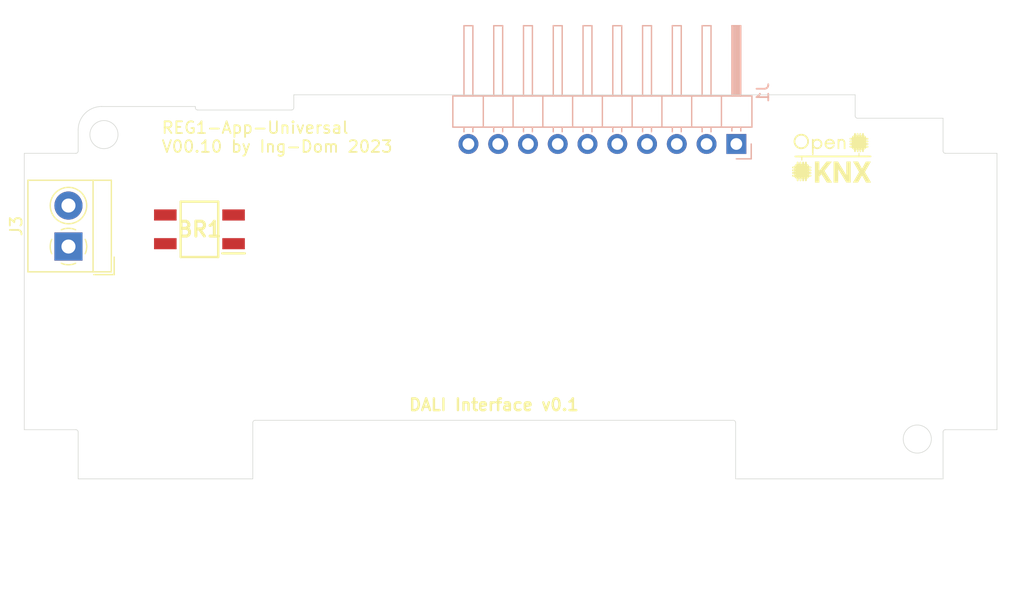
<source format=kicad_pcb>
(kicad_pcb (version 20221018) (generator pcbnew)
  (title_block (date "2023-01-31") (rev "V00.10"))
  (layers (0 "F.Cu" signal) (31 "B.Cu" signal) (34 "B.Paste" user) (35 "F.Paste" user) (36 "B.SilkS" user "B.Silkscreen") (37 "F.SilkS" user "F.Silkscreen") (38 "B.Mask" user) (39 "F.Mask" user) (44 "Edge.Cuts" user))
  (net 0 "")
  (net 13 "Net-(BR1-~_1)")
  (net 14 "Net-(BR1-~_2)")
  (footprint "OpenKNX:OpenKNX_Logo_07x05" (layer "F.Cu") (at 138.9 95.8)
    (fp_text reference "G***" hide)
    (fp_text value "LOGO" hide)
    (fp_poly (pts (xy 0.889195 0.58665) (xy 1.246187 1.173301) (xy 1.250349 0.58665) (xy 1.254511 0) (xy 1.61925 0) (xy 1.61925 1.794882) (xy 1.433304 1.79041) (xy 1.247359 1.785937) (xy 0.547687 0.638855) (xy 0.543523 1.216365) (xy 0.539358 1.793875) (xy 0.15875 1.793875) (xy 0.15875 0) (xy 0.532202 0) (xy 0.889195 0.58665)) (stroke (width 0.01)) (fill solid) (layer "F.SilkS"))
    (fp_poly (pts (xy 0.867732 -1.93323) (xy 0.962945 -1.911324) (xy 1.0411 -1.862689) (xy 1.102493 -1.78712) (xy 1.117236 -1.760075) (xy 1.131809 -1.729653) (xy 1.142513 -1.701792) (xy 1.149945 -1.671021) (xy 1.1547 -1.63187) (xy 1.157375 -1.578869) (xy 1.158565 -1.506547) (xy 1.158868 -1.409433) (xy 1.158875 -1.378009) (xy 1.158875 -1.0795) (xy 1.031875 -1.0795) (xy 1.031786 -1.345407) (xy 1.030793 -1.464917) (xy 1.027366 -1.557348) (xy 1.020703 -1.627327) (xy 1.009998 -1.679483) (xy 0.994447 -1.718444) (xy 0.973248 -1.748838) (xy 0.959182 -1.763304) (xy 0.909802 -1.791316) (xy 0.846176 -1.803542) (xy 0.780781 -1.799637) (xy 0.726098 -1.779259) (xy 0.71385 -1.770063) (xy 0.687147 -1.742568) (xy 0.667126 -1.710999) (xy 0.652865 -1.670548) (xy 0.643447 -1.616406) (xy 0.63795 -1.543764) (xy 0.635454 -1.447812) (xy 0.635 -1.357823) (xy 0.635 -1.0795) (xy 0.508 -1.0795) (xy 0.508 -1.920875) (xy 0.5715 -1.920875) (xy 0.614871 -1.917284) (xy 0.633252 -1.904898) (xy 0.635 -1.89574) (xy 0.640875 -1.877116) (xy 0.646906 -1.876733) (xy 0.721305 -1.911434) (xy 0.7817 -1.92979) (xy 0.839354 -1.934681) (xy 0.867732 -1.93323)) (stroke (width 0.01)) (fill solid) (layer "F.SilkS"))
    (fp_poly (pts (xy -1.059929 0.40046) (xy -1.055688 0.80092) (xy -0.992778 0.713991) (xy -0.947001 0.651756) (xy -0.891443 0.57783) (xy -0.829047 0.495971) (xy -0.762759 0.409933) (xy -0.695526 0.323474) (xy -0.630293 0.240349) (xy -0.570005 0.164316) (xy -0.517608 0.099129) (xy -0.476048 0.048547) (xy -0.44827 0.016324) (xy -0.437732 0.006189) (xy -0.415621 0.003852) (xy -0.368303 0.002518) (xy -0.302306 0.002263) (xy -0.22416 0.003165) (xy -0.20791 0.003485) (xy 0.003266 0.007937) (xy -0.30184 0.388937) (xy -0.377959 0.48431) (xy -0.447647 0.572237) (xy -0.508412 0.649527) (xy -0.557763 0.712986) (xy -0.593208 0.759423) (xy -0.612255 0.785645) (xy -0.614751 0.789825) (xy -0.608084 0.807193) (xy -0.585674 0.84788) (xy -0.549421 0.908809) (xy -0.501225 0.986901) (xy -0.442985 1.079079) (xy -0.376601 1.182266) (xy -0.303973 1.293383) (xy -0.303341 1.294343) (xy -0.230543 1.40506) (xy -0.163577 1.507288) (xy -0.104382 1.598036) (xy -0.054899 1.674311) (xy -0.017068 1.733123) (xy 0.007169 1.77148) (xy 0.015872 1.786391) (xy 0.015875 1.786424) (xy 0.000963 1.789145) (xy -0.039917 1.791421) (xy -0.100987 1.793051) (xy -0.176466 1.793834) (xy -0.198764 1.793875) (xy -0.413403 1.793875) (xy -0.523023 1.623218) (xy -0.57646 1.540043) (xy -0.638969 1.442768) (xy -0.702451 1.343998) (xy -0.754495 1.263041) (xy -0.876347 1.07352) (xy -0.969296 1.175729) (xy -1.062244 1.277937) (xy -1.062935 1.535906) (xy -1.063625 1.793875) (xy -1.42875 1.793875) (xy -1.42875 0) (xy -1.064171 0) (xy -1.059929 0.40046)) (stroke (width 0.01)) (fill solid) (layer "F.SilkS"))
    (fp_poly (pts (xy -1.099311 -1.914928) (xy -1.002155 -1.866561) (xy -0.918232 -1.794365) (xy -0.852274 -1.70019) (xy -0.837451 -1.669637) (xy -0.817388 -1.596148) (xy -0.811305 -1.507133) (xy -0.818791 -1.415366) (xy -0.839437 -1.333622) (xy -0.848971 -1.311221) (xy -0.91124 -1.2167) (xy -0.992728 -1.143968) (xy -1.088304 -1.094447) (xy -1.192834 -1.069555) (xy -1.301185 -1.070712) (xy -1.408224 -1.099337) (xy -1.480004 -1.136723) (xy -1.517584 -1.159771) (xy -1.542906 -1.173279) (xy -1.547473 -1.17475) (xy -1.55005 -1.159688) (xy -1.552301 -1.117753) (xy -1.55409 -1.053819) (xy -1.555284 -0.972763) (xy -1.555749 -0.879461) (xy -1.55575 -0.873125) (xy -1.55575 -0.5715) (xy -1.68275 -0.5715) (xy -1.68275 -1.482787) (xy -1.548439 -1.482787) (xy -1.528993 -1.39518) (xy -1.48425 -1.316859) (xy -1.417421 -1.253237) (xy -1.331712 -1.209728) (xy -1.321371 -1.206432) (xy -1.259655 -1.193609) (xy -1.200414 -1.196746) (xy -1.154473 -1.207455) (xy -1.07476 -1.244511) (xy -1.011323 -1.303097) (xy -0.966282 -1.376942) (xy -0.941759 -1.459772) (xy -0.939878 -1.545314) (xy -0.96276 -1.627296) (xy -0.994807 -1.679407) (xy -1.066711 -1.748152) (xy -1.147994 -1.790287) (xy -1.233554 -1.806797) (xy -1.318289 -1.798667) (xy -1.397095 -1.766882) (xy -1.464871 -1.712428) (xy -1.516514 -1.636289) (xy -1.539382 -1.574266) (xy -1.548439 -1.482787) (xy -1.68275 -1.482787) (xy -1.68275 -1.920875) (xy -1.61925 -1.920875) (xy -1.578534 -1.918995) (xy -1.560434 -1.908803) (xy -1.555851 -1.883477) (xy -1.55575 -1.87325) (xy -1.549733 -1.837004) (xy -1.53471 -1.82575) (xy -1.515229 -1.842851) (xy -1.515055 -1.843132) (xy -1.495504 -1.85911) (xy -1.456583 -1.881762) (xy -1.422836 -1.898539) (xy -1.314385 -1.932768) (xy -1.204965 -1.937614) (xy -1.099311 -1.914928)) (stroke (width 0.01)) (fill solid) (layer "F.SilkS"))
    (fp_poly (pts (xy -0.054531 -1.920809) (xy 0.040416 -1.881702) (xy 0.123894 -1.823252) (xy 0.191215 -1.748062) (xy 0.237692 -1.658741) (xy 0.258635 -1.557894) (xy 0.258995 -1.55114) (xy 0.261937 -1.484313) (xy -0.109082 -1.480047) (xy -0.4801 -1.475781) (xy -0.469854 -1.424549) (xy -0.446537 -1.36644) (xy -0.403663 -1.305586) (xy -0.350087 -1.25341) (xy -0.322376 -1.234333) (xy -0.275978 -1.214527) (xy -0.21867 -1.199334) (xy -0.202699 -1.196686) (xy -0.125961 -1.199111) (xy -0.046987 -1.222971) (xy 0.02365 -1.263495) (xy 0.075379 -1.315912) (xy 0.080966 -1.324696) (xy 0.105822 -1.36072) (xy 0.132444 -1.376969) (xy 0.174687 -1.381083) (xy 0.183304 -1.381125) (xy 0.252348 -1.381125) (xy 0.234363 -1.329532) (xy 0.203897 -1.274509) (xy 0.153072 -1.214651) (xy 0.090543 -1.158011) (xy 0.024967 -1.112643) (xy -0.022807 -1.090237) (xy -0.125456 -1.06797) (xy -0.22835 -1.068408) (xy -0.303494 -1.085542) (xy -0.415047 -1.139588) (xy -0.501307 -1.212517) (xy -0.561636 -1.303441) (xy -0.595399 -1.411471) (xy -0.602902 -1.503647) (xy -0.590725 -1.603375) (xy -0.461191 -1.603375) (xy -0.175033 -1.603375) (xy -0.083683 -1.604086) (xy -0.004394 -1.606062) (xy 0.057829 -1.609064) (xy 0.09798 -1.612858) (xy 0.111125 -1.616903) (xy 0.099069 -1.649729) (xy 0.067995 -1.691375) (xy 0.025544 -1.733416) (xy -0.020645 -1.767424) (xy -0.030279 -1.772849) (xy -0.118422 -1.802762) (xy -0.209103 -1.804528) (xy -0.295744 -1.780174) (xy -0.371763 -1.731729) (xy -0.430584 -1.66122) (xy -0.438479 -1.647032) (xy -0.461191 -1.603375) (xy -0.590725 -1.603375) (xy -0.588318 -1.623087) (xy -0.546078 -1.727528) (xy -0.477221 -1.815282) (xy -0.382786 -1.884662) (xy -0.361301 -1.895995) (xy -0.260077 -1.930561) (xy -0.156258 -1.937964) (xy -0.054531 -1.920809)) (stroke (width 0.01)) (fill solid) (layer "F.SilkS"))
    (fp_poly (pts (xy -2.510896 -2.357388) (xy -2.393302 -2.331708) (xy -2.281595 -2.283385) (xy -2.179301 -2.21187) (xy -2.089948 -2.116613) (xy -2.020449 -2.004006) (xy -1.993609 -1.948139) (xy -1.976283 -1.904514) (xy -1.966394 -1.86308) (xy -1.961863 -1.813789) (xy -1.960611 -1.746593) (xy -1.960563 -1.714501) (xy -1.961117 -1.637933) (xy -1.964166 -1.583063) (xy -1.971788 -1.539844) (xy -1.986062 -1.498227) (xy -2.009067 -1.448162) (xy -2.020449 -1.424995) (xy -2.09623 -1.305616) (xy -2.192788 -1.208) (xy -2.306165 -1.134006) (xy -2.432404 -1.085492) (xy -2.567544 -1.064318) (xy -2.70763 -1.072342) (xy -2.752444 -1.081283) (xy -2.876414 -1.125854) (xy -2.98751 -1.195835) (xy -3.082768 -1.286777) (xy -3.159223 -1.394228) (xy -3.213911 -1.513738) (xy -3.243867 -1.640859) (xy -3.245795 -1.752041) (xy -3.111084 -1.752041) (xy -3.106134 -1.635268) (xy -3.079221 -1.534167) (xy -3.024223 -1.429232) (xy -2.945993 -1.339137) (xy -2.850313 -1.268551) (xy -2.742965 -1.222143) (xy -2.675097 -1.207813) (xy -2.588797 -1.204393) (xy -2.497848 -1.213211) (xy -2.41582 -1.232418) (xy -2.375539 -1.248658) (xy -2.27349 -1.316579) (xy -2.190922 -1.40426) (xy -2.130202 -1.50655) (xy -2.093701 -1.618301) (xy -2.083787 -1.734362) (xy -2.101366 -1.844658) (xy -2.147525 -1.955224) (xy -2.215659 -2.053187) (xy -2.300606 -2.133155) (xy -2.397203 -2.189735) (xy -2.448914 -2.207747) (xy -2.572542 -2.226552) (xy -2.690362 -2.217441) (xy -2.799441 -2.183549) (xy -2.896847 -2.128008) (xy -2.979647 -2.053952) (xy -3.044908 -1.964517) (xy -3.089698 -1.862835) (xy -3.111084 -1.752041) (xy -3.245795 -1.752041) (xy -3.246127 -1.771138) (xy -3.24035 -1.813719) (xy -3.202628 -1.949373) (xy -3.142578 -2.066786) (xy -3.063727 -2.165408) (xy -2.969602 -2.244687) (xy -2.863729 -2.304075) (xy -2.749636 -2.343022) (xy -2.630849 -2.360976) (xy -2.510896 -2.357388)) (stroke (width 0.01)) (fill solid) (layer "F.SilkS"))
    (fp_poly (pts (xy 2.341854 -0.751039) (xy 2.351882 -0.737671) (xy 2.357676 -0.707511) (xy 2.361143 -0.654113) (xy 2.362074 -0.631032) (xy 2.36671 -0.508) (xy 2.854992 -0.508) (xy 3.004875 -0.507628) (xy 3.125263 -0.506453) (xy 3.218405 -0.504393) (xy 3.286548 -0.501362) (xy 3.331941 -0.497276) (xy 3.356832 -0.49205) (xy 3.362324 -0.488951) (xy 3.379348 -0.452684) (xy 3.376814 -0.409658) (xy 3.362324 -0.384175) (xy 3.35295 -0.381728) (xy 3.329212 -0.379481) (xy 3.290043 -0.377428) (xy 3.234373 -0.375561) (xy 3.161136 -0.373874) (xy 3.06926 -0.37236) (xy 2.95768 -0.371012) (xy 2.825324 -0.369822) (xy 2.671126 -0.368785) (xy 2.494015 -0.367893) (xy 2.292925 -0.367138) (xy 2.066785 -0.366516) (xy 1.814528 -0.366017) (xy 1.535085 -0.365636) (xy 1.227387 -0.365366) (xy 0.890366 -0.365199) (xy 0.522953 -0.365129) (xy 0.41813 -0.365125) (xy -2.507014 -0.365125) (xy -2.511601 -0.226219) (xy -2.514378 -0.159371) (xy -2.518489 -0.117879) (xy -2.525696 -0.095354) (xy -2.537761 -0.085406) (xy -2.551274 -0.082323) (xy -2.568084 -0.081678) (xy -2.578735 -0.089512) (xy -2.584969 -0.111745) (xy -2.588528 -0.154298) (xy -2.590961 -0.217261) (xy -2.595563 -0.357188) (xy -2.864289 -0.361553) (xy -2.969939 -0.364295) (xy -3.054932 -0.368621) (xy -3.115928 -0.374279) (xy -3.149583 -0.381018) (xy -3.154008 -0.383341) (xy -3.172081 -0.416056) (xy -3.17195 -0.457807) (xy -3.155951 -0.48895) (xy -3.146444 -0.49149) (xy -3.122486 -0.493813) (xy -3.082969 -0.495928) (xy -3.026782 -0.497842) (xy -2.952819 -0.499563) (xy -2.85997 -0.5011) (xy -2.747128 -0.502459) (xy -2.613184 -0.503648) (xy -2.457029 -0.504675) (xy -2.277555 -0.505548) (xy -2.073654 -0.506275) (xy -1.844217 -0.506863) (xy -1.588136 -0.50732) (xy -1.304302 -0.507654) (xy -0.991608 -0.507872) (xy -0.648944 -0.507983) (xy -0.426118 -0.508) (xy 2.284664 -0.508) (xy 2.2893 -0.631032) (xy 2.292425 -0.693239) (xy 2.297266 -0.730143) (xy 2.305729 -0.748191) (xy 2.319722 -0.753827) (xy 2.325687 -0.754063) (xy 2.341854 -0.751039)) (stroke (width 0.01)) (fill solid) (layer "F.SilkS"))
    (fp_poly (pts (xy 2.03446 0.000053) (xy 2.246312 0.000107) (xy 2.414936 0.310482) (xy 2.583561 0.620856) (xy 2.74944 0.314397) (xy 2.915319 0.007937) (xy 3.124534 0.003507) (xy 3.201854 0.00257) (xy 3.266271 0.003122) (xy 3.311936 0.005013) (xy 3.332998 0.008091) (xy 3.33375 0.008908) (xy 3.325997 0.024503) (xy 3.304021 0.06409) (xy 3.269744 0.124322) (xy 3.225089 0.201854) (xy 3.171979 0.29334) (xy 3.112337 0.395434) (xy 3.078647 0.452852) (xy 3.006664 0.57581) (xy 2.94965 0.674475) (xy 2.906139 0.751718) (xy 2.874661 0.81041) (xy 2.853752 0.853423) (xy 2.841943 0.883626) (xy 2.837767 0.903893) (xy 2.839758 0.917094) (xy 2.840574 0.918787) (xy 2.85274 0.940094) (xy 2.878955 0.985043) (xy 2.917066 1.049974) (xy 2.964917 1.131225) (xy 3.020355 1.225136) (xy 3.081226 1.328044) (xy 3.103615 1.365847) (xy 3.164924 1.469531) (xy 3.220655 1.564172) (xy 3.268836 1.646389) (xy 3.307495 1.712801) (xy 3.33466 1.760029) (xy 3.348358 1.784692) (xy 3.349625 1.787479) (xy 3.334722 1.789835) (xy 3.293904 1.7918) (xy 3.233003 1.793197) (xy 3.157854 1.793849) (xy 3.138908 1.793875) (xy 2.928192 1.793875) (xy 2.769814 1.505778) (xy 2.721313 1.417884) (xy 2.677255 1.33867) (xy 2.640185 1.27266) (xy 2.612647 1.224377) (xy 2.597184 1.198346) (xy 2.595555 1.195915) (xy 2.586147 1.19555) (xy 2.569283 1.21282) (xy 2.543522 1.249939) (xy 2.507426 1.309124) (xy 2.459552 1.392591) (xy 2.410865 1.480043) (xy 2.242055 1.785937) (xy 2.023774 1.790368) (xy 1.805493 1.794798) (xy 1.828858 1.758618) (xy 1.856228 1.714904) (xy 1.894028 1.652644) (xy 1.939925 1.575855) (xy 1.991585 1.488553) (xy 2.046674 1.394756) (xy 2.102858 1.298479) (xy 2.157803 1.203741) (xy 2.209175 1.114556) (xy 2.254641 1.034943) (xy 2.291867 0.968917) (xy 2.318519 0.920496) (xy 2.332262 0.893696) (xy 2.333625 0.889875) (xy 2.32586 0.871605) (xy 2.303986 0.82986) (xy 2.27013 0.768448) (xy 2.226421 0.691178) (xy 2.174986 0.601857) (xy 2.12183 0.510879) (xy 2.062376 0.409762) (xy 2.005911 0.31365) (xy 1.955155 0.227181) (xy 1.91283 0.154993) (xy 1.881657 0.101724) (xy 1.866321 0.075406) (xy 1.822608 0) (xy 2.03446 0.000053)) (stroke (width 0.01)) (fill solid) (layer "F.SilkS"))
    (fp_poly (pts (xy 2.474876 -2.419975) (xy 2.497624 -2.390571) (xy 2.507424 -2.336612) (xy 2.50825 -2.306638) (xy 2.509373 -2.257777) (xy 2.515228 -2.232745) (xy 2.529545 -2.223637) (xy 2.547937 -2.2225) (xy 2.572297 -2.225405) (xy 2.583924 -2.239754) (xy 2.587447 -2.274001) (xy 2.587625 -2.294982) (xy 2.594428 -2.366441) (xy 2.614367 -2.411534) (xy 2.646732 -2.428745) (xy 2.650385 -2.428875) (xy 2.692797 -2.424641) (xy 2.717168 -2.40763) (xy 2.728169 -2.371382) (xy 2.7305 -2.318036) (xy 2.73133 -2.266401) (xy 2.736653 -2.238018) (xy 2.750712 -2.224391) (xy 2.777754 -2.217022) (xy 2.78133 -2.216303) (xy 2.847071 -2.18819) (xy 2.893947 -2.136974) (xy 2.915391 -2.076576) (xy 2.925057 -2.016125) (xy 3.007166 -2.016125) (xy 3.071723 -2.010725) (xy 3.1101 -1.992959) (xy 3.126245 -1.960482) (xy 3.127375 -1.944688) (xy 3.118474 -1.906624) (xy 3.08907 -1.883876) (xy 3.035111 -1.874076) (xy 3.005137 -1.87325) (xy 2.956276 -1.872127) (xy 2.931244 -1.866272) (xy 2.922136 -1.851955) (xy 2.921 -1.833563) (xy 2.923904 -1.809203) (xy 2.938253 -1.797576) (xy 2.9725 -1.794053) (xy 2.993481 -1.793875) (xy 3.06579 -1.787) (xy 3.110112 -1.76614) (xy 3.127131 -1.730942) (xy 3.127375 -1.725054) (xy 3.119017 -1.685842) (xy 3.091042 -1.662393) (xy 3.039095 -1.652069) (xy 3.005137 -1.651) (xy 2.956276 -1.649877) (xy 2.931244 -1.644022) (xy 2.922136 -1.629705) (xy 2.921 -1.611313) (xy 2.923381 -1.588265) (xy 2.935795 -1.576458) (xy 2.966147 -1.572161) (xy 3.005137 -1.571625) (xy 3.070268 -1.566424) (xy 3.109193 -1.54924) (xy 3.125962 -1.517706) (xy 3.127375 -1.500188) (xy 3.118474 -1.462124) (xy 3.08907 -1.439376) (xy 3.035111 -1.429576) (xy 3.005137 -1.42875) (xy 2.956213 -1.427554) (xy 2.931145 -1.421613) (xy 2.922062 -1.407398) (xy 2.921 -1.391029) (xy 2.924003 -1.369227) (xy 2.93809 -1.356752) (xy 2.970874 -1.349738) (xy 3.009773 -1.345945) (xy 3.071929 -1.336462) (xy 3.108341 -1.317972) (xy 3.124648 -1.286282) (xy 3.127131 -1.258653) (xy 3.113516 -1.221657) (xy 3.071918 -1.199036) (xy 3.002125 -1.190681) (xy 2.99455 -1.190625) (xy 2.94852 -1.188071) (xy 2.924344 -1.177606) (xy 2.912343 -1.155026) (xy 2.912307 -1.154907) (xy 2.879569 -1.096388) (xy 2.826631 -1.053686) (xy 2.783523 -1.038289) (xy 2.753579 -1.031302) (xy 2.737772 -1.019101) (xy 2.731584 -0.993145) (xy 2.730501 -0.944895) (xy 2.7305 -0.938034) (xy 2.725492 -0.870053) (xy 2.709277 -0.828886) (xy 2.680066 -0.811029) (xy 2.664958 -0.809625) (xy 2.623548 -0.823414) (xy 2.597825 -0.864789) (xy 2.58778 -0.933762) (xy 2.587625 -0.945697) (xy 2.586562 -0.995296) (xy 2.580976 -1.020976) (xy 2.567265 -1.030554) (xy 2.547937 -1.031875) (xy 2.525657 -1.029765) (xy 2.513794 -1.018381) (xy 2.50908 -0.990147) (xy 2.50825 -0.9398) (xy 2.503395 -0.871353) (xy 2.487622 -0.829721) (xy 2.459118 -0.811304) (xy 2.442708 -0.809625) (xy 2.401298 -0.823414) (xy 2.375575 -0.864789) (xy 2.36553 -0.933762) (xy 2.365375 -0.945697) (xy 2.364312 -0.995296) (xy 2.358726 -1.020976) (xy 2.345015 -1.030554) (xy 2.325687 -1.031875) (xy 2.303721 -1.029868) (xy 2.291845 -1.018885) (xy 2.286968 -0.991484) (xy 2.286001 -0.940221) (xy 2.286 -0.936285) (xy 2.284735 -0.882193) (xy 2.278778 -0.850765) (xy 2.264889 -0.832951) (xy 2.245079 -0.82205) (xy 2.202403 -0.810649) (xy 2.173037 -0.823443) (xy 2.155057 -0.862622) (xy 2.146536 -0.930374) (xy 2.146336 -0.934307) (xy 2.142815 -0.987959) (xy 2.136682 -1.017209) (xy 2.124649 -1.0294) (xy 2.103432 -1.031875) (xy 2.102679 -1.031875) (xy 2.080133 -1.029416) (xy 2.068539 -1.016796) (xy 2.064288 -0.986153) (xy 2.06375 -0.947023) (xy 2.059648 -0.886659) (xy 2.045906 -0.848902) (xy 2.034718 -0.835898) (xy 1.992689 -0.812047) (xy 1.954583 -0.819626) (xy 1.929712 -0.844908) (xy 1.914255 -0.882973) (xy 1.905664 -0.935516) (xy 1.905 -0.95352) (xy 1.903428 -0.998756) (xy 1.893885 -1.023026) (xy 1.869124 -1.037104) (xy 1.843252 -1.04535) (xy 1.789209 -1.072584) (xy 1.748974 -1.113567) (xy 1.730714 -1.159552) (xy 1.730375 -1.166254) (xy 1.722407 -1.18148) (xy 1.694367 -1.188951) (xy 1.651 -1.190625) (xy 1.589154 -1.198723) (xy 1.540483 -1.220313) (xy 1.51228 -1.251344) (xy 1.508125 -1.27) (xy 1.522712 -1.30447) (xy 1.561722 -1.331471) (xy 1.618022 -1.347072) (xy 1.652104 -1.349375) (xy 1.699407 -1.350591) (xy 1.722454 -1.356595) (xy 1.728716 -1.370927) (xy 1.72751 -1.385094) (xy 1.720993 -1.405647) (xy 1.703581 -1.417237) (xy 1.667344 -1.4232) (xy 1.631292 -1.42557) (xy 1.57514 -1.430965) (xy 1.542179 -1.4417) (xy 1.523948 -1.460651) (xy 1.523008 -1.462353) (xy 1.514825 -1.495237) (xy 1.53022 -1.531534) (xy 1.531175 -1.533003) (xy 1.550695 -1.555807) (xy 1.577387 -1.567435) (xy 1.621558 -1.571398) (xy 1.644532 -1.571625) (xy 1.69463 -1.572632) (xy 1.720215 -1.577722) (xy 1.728507 -1.590007) (xy 1.72751 -1.607344) (xy 1.720993 -1.627897) (xy 1.703581 -1.639487) (xy 1.667344 -1.64545) (xy 1.631292 -1.64782) (xy 1.57514 -1.653215) (xy 1.542179 -1.66395) (xy 1.523948 -1.682901) (xy 1.523008 -1.684603) (xy 1.514825 -1.717487) (xy 1.53022 -1.753784) (xy 1.531175 -1.755253) (xy 1.550882 -1.778194) (xy 1.577895 -1.789812) (xy 1.622618 -1.793686) (xy 1.643428 -1.793875) (xy 1.693303 -1.794916) (xy 1.719225 -1.800406) (xy 1.72898 -1.813899) (xy 1.730375 -1.833563) (xy 1.727947 -1.856702) (xy 1.715371 -1.868539) (xy 1.684709 -1.872877) (xy 1.647031 -1.873494) (xy 1.575934 -1.879617) (xy 1.532962 -1.898396) (xy 1.516566 -1.931195) (xy 1.525194 -1.979378) (xy 1.525574 -1.980407) (xy 1.536683 -2.000482) (xy 1.556596 -2.011263) (xy 1.593795 -2.015528) (xy 1.634613 -2.016125) (xy 1.730375 -2.016125) (xy 1.730375 -2.06937) (xy 1.744893 -2.127587) (xy 1.783097 -2.177991) (xy 1.836959 -2.211225) (xy 1.856896 -2.216848) (xy 1.885902 -2.225003) (xy 1.900046 -2.240495) (xy 1.904631 -2.272793) (xy 1.905 -2.302726) (xy 1.913508 -2.370411) (xy 1.939442 -2.412046) (xy 1.98342 -2.428515) (xy 1.992887 -2.428875) (xy 2.030783 -2.416346) (xy 2.054073 -2.377851) (xy 2.063473 -2.312037) (xy 2.06375 -2.294982) (xy 2.065765 -2.249942) (xy 2.074161 -2.228479) (xy 2.092461 -2.22255) (xy 2.0955 -2.2225) (xy 2.11465 -2.226743) (xy 2.124136 -2.244698) (xy 2.127137 -2.284207) (xy 2.12725 -2.300742) (xy 2.135413 -2.369003) (xy 2.160474 -2.41111) (xy 2.203285 -2.42831) (xy 2.215137 -2.428875) (xy 2.253033 -2.416346) (xy 2.276323 -2.377851) (xy 2.285723 -2.312037) (xy 2.286 -2.294982) (xy 2.28759 -2.250493) (xy 2.295447 -2.229259) (xy 2.314199 -2.222824) (xy 2.325687 -2.2225) (xy 2.348735 -2.224882) (xy 2.360542 -2.237296) (xy 2.364839 -2.267648) (xy 2.365375 -2.306638) (xy 2.370576 -2.371769) (xy 2.38776 -2.410694) (xy 2.419294 -2.427463) (xy 2.436812 -2.428876) (xy 2.474876 -2.419975)) (stroke (width 0.01)) (fill solid) (layer "F.SilkS"))
    (fp_poly (pts (xy -2.172418 0.020122) (xy -2.150343 0.036947) (xy -2.136944 0.072472) (xy -2.128382 0.132819) (xy -2.127418 0.142875) (xy -2.12143 0.193206) (xy -2.112463 0.220044) (xy -2.095957 0.231605) (xy -2.076227 0.235155) (xy -2.030687 0.254196) (xy -1.989086 0.293963) (xy -1.960356 0.343829) (xy -1.952625 0.382218) (xy -1.950984 0.409031) (xy -1.940776 0.422814) (xy -1.91408 0.427901) (xy -1.867773 0.428625) (xy -1.796089 0.437086) (xy -1.750782 0.462725) (xy -1.731287 0.505917) (xy -1.730375 0.520597) (xy -1.743333 0.555818) (xy -1.783 0.577762) (xy -1.850564 0.586989) (xy -1.872207 0.587375) (xy -1.919703 0.588623) (xy -1.943542 0.595023) (xy -1.951795 0.610558) (xy -1.952625 0.627062) (xy -1.950319 0.649904) (xy -1.938188 0.66173) (xy -1.908416 0.666141) (xy -1.866447 0.66675) (xy -1.794177 0.67437) (xy -1.7492 0.697474) (xy -1.730892 0.736427) (xy -1.730375 0.746125) (xy -1.743439 0.788282) (xy -1.783046 0.814519) (xy -1.849823 0.825198) (xy -1.866447 0.8255) (xy -1.916505 0.826914) (xy -1.942432 0.833016) (xy -1.951794 0.846592) (xy -1.952625 0.85725) (xy -1.947611 0.877564) (xy -1.927103 0.886931) (xy -1.885157 0.889234) (xy -1.813808 0.897614) (xy -1.762318 0.920631) (xy -1.735377 0.955924) (xy -1.733126 0.965677) (xy -1.735631 1.006606) (xy -1.759474 1.032419) (xy -1.80799 1.045285) (xy -1.859319 1.04775) (xy -1.911436 1.048631) (xy -1.93934 1.053412) (xy -1.95056 1.065295) (xy -1.952625 1.087437) (xy -1.950319 1.110279) (xy -1.938188 1.122105) (xy -1.908416 1.126516) (xy -1.866447 1.127125) (xy -1.794177 1.134745) (xy -1.7492 1.157849) (xy -1.730892 1.196802) (xy -1.730375 1.2065) (xy -1.743439 1.248657) (xy -1.783046 1.274894) (xy -1.849823 1.285573) (xy -1.866447 1.285875) (xy -1.916384 1.287221) (xy -1.942251 1.293208) (xy -1.95168 1.306755) (xy -1.952625 1.318846) (xy -1.965748 1.356873) (xy -1.998367 1.39682) (xy -2.040365 1.429168) (xy -2.08162 1.444398) (xy -2.086342 1.444625) (xy -2.109038 1.446504) (xy -2.121271 1.457127) (xy -2.126267 1.483973) (xy -2.127249 1.534521) (xy -2.12725 1.539509) (xy -2.128856 1.594543) (xy -2.135824 1.627726) (xy -2.15138 1.648885) (xy -2.166938 1.660397) (xy -2.198009 1.677194) (xy -2.222439 1.674477) (xy -2.246313 1.660397) (xy -2.268892 1.641764) (xy -2.280862 1.617262) (xy -2.285449 1.577066) (xy -2.286 1.539509) (xy -2.286848 1.486846) (xy -2.291475 1.458457) (xy -2.303005 1.446874) (xy -2.324561 1.444626) (xy -2.325688 1.444625) (xy -2.346995 1.446426) (xy -2.358878 1.456604) (xy -2.364081 1.482321) (xy -2.365351 1.530738) (xy -2.365375 1.548152) (xy -2.366517 1.604994) (xy -2.3717 1.638556) (xy -2.383557 1.657279) (xy -2.403055 1.668848) (xy -2.446369 1.677553) (xy -2.474492 1.667949) (xy -2.493172 1.653614) (xy -2.503432 1.63031) (xy -2.507639 1.589578) (xy -2.50825 1.547253) (xy -2.508955 1.49197) (xy -2.512924 1.461241) (xy -2.522938 1.447874) (xy -2.541778 1.444677) (xy -2.547938 1.444625) (xy -2.570668 1.446891) (xy -2.582503 1.45887) (xy -2.586975 1.488331) (xy -2.587625 1.531937) (xy -2.591284 1.592057) (xy -2.604054 1.631179) (xy -2.619375 1.651) (xy -2.661481 1.679998) (xy -2.697452 1.679474) (xy -2.725037 1.651418) (xy -2.741986 1.597819) (xy -2.746375 1.538741) (xy -2.74724 1.486343) (xy -2.751941 1.45819) (xy -2.76364 1.446783) (xy -2.785499 1.444625) (xy -2.786063 1.444625) (xy -2.808793 1.446891) (xy -2.820628 1.45887) (xy -2.8251 1.488331) (xy -2.82575 1.531937) (xy -2.833454 1.599529) (xy -2.854125 1.64897) (xy -2.884098 1.676894) (xy -2.919714 1.679935) (xy -2.957307 1.654725) (xy -2.958228 1.653718) (xy -2.976969 1.614593) (xy -2.984327 1.549503) (xy -2.9845 1.534656) (xy -2.98584 1.483162) (xy -2.991552 1.45598) (xy -3.004182 1.445726) (xy -3.015504 1.444625) (xy -3.078293 1.429709) (xy -3.129466 1.387843) (xy -3.154213 1.34684) (xy -3.171926 1.310891) (xy -3.190914 1.292868) (xy -3.222124 1.286592) (xy -3.262193 1.285875) (xy -3.3251 1.280863) (xy -3.362454 1.263568) (xy -3.379182 1.230601) (xy -3.381375 1.203883) (xy -3.371067 1.163856) (xy -3.338176 1.139159) (xy -3.27976 1.128105) (xy -3.247482 1.127125) (xy -3.202993 1.125534) (xy -3.181759 1.117677) (xy -3.175324 1.098925) (xy -3.175 1.087437) (xy -3.177631 1.063738) (xy -3.190976 1.052007) (xy -3.223217 1.048085) (xy -3.253077 1.04775) (xy -3.317253 1.045458) (xy -3.355949 1.036258) (xy -3.37525 1.016663) (xy -3.381239 0.983185) (xy -3.381375 0.974221) (xy -3.372232 0.931572) (xy -3.34244 0.904644) (xy -3.288455 0.891338) (xy -3.237467 0.889) (xy -3.196337 0.886242) (xy -3.178345 0.875142) (xy -3.175 0.85725) (xy -3.178936 0.838634) (xy -3.19583 0.829094) (xy -3.233318 0.82575) (xy -3.259138 0.8255) (xy -3.323204 0.820668) (xy -3.361535 0.804085) (xy -3.378954 0.77262) (xy -3.381375 0.746125) (xy -3.373935 0.704523) (xy -3.348398 0.679633) (xy -3.299941 0.668322) (xy -3.259138 0.66675) (xy -3.210277 0.665626) (xy -3.185245 0.659771) (xy -3.176137 0.645454) (xy -3.175 0.627062) (xy -3.177382 0.604014) (xy -3.189796 0.592207) (xy -3.220148 0.58791) (xy -3.259138 0.587375) (xy -3.322942 0.582637) (xy -3.361116 0.566189) (xy -3.378662 0.534676) (xy -3.381375 0.505383) (xy -3.371067 0.465356) (xy -3.338176 0.440659) (xy -3.27976 0.429605) (xy -3.247482 0.428625) (xy -3.202798 0.42685) (xy -3.181463 0.418795) (xy -3.175151 0.400357) (xy -3.174941 0.392906) (xy -3.160258 0.332889) (xy -3.12146 0.280215) (xy -3.066124 0.244164) (xy -3.048725 0.238319) (xy -2.9845 0.221026) (xy -2.9845 0.1375) (xy -2.97971 0.073875) (xy -2.963097 0.035864) (xy -2.9313 0.018481) (xy -2.902509 0.015875) (xy -2.862482 0.026183) (xy -2.837785 0.059074) (xy -2.826731 0.11749) (xy -2.82575 0.149768) (xy -2.823574 0.195107) (xy -2.814909 0.216666) (xy -2.796549 0.222247) (xy -2.795966 0.22225) (xy -2.778165 0.216956) (xy -2.767373 0.196359) (xy -2.760629 0.153381) (xy -2.75882 0.133476) (xy -2.749215 0.071061) (xy -2.73056 0.034504) (xy -2.698901 0.018322) (xy -2.674144 0.016118) (xy -2.636466 0.024958) (xy -2.613919 0.05475) (xy -2.604259 0.109371) (xy -2.6035 0.138112) (xy -2.602377 0.186973) (xy -2.596522 0.212005) (xy -2.582205 0.221113) (xy -2.563813 0.22225) (xy -2.539453 0.219345) (xy -2.527826 0.204996) (xy -2.524303 0.170749) (xy -2.524125 0.149768) (xy -2.518216 0.079946) (xy -2.49936 0.036867) (xy -2.465872 0.017585) (xy -2.447367 0.015875) (xy -2.40457 0.022937) (xy -2.378965 0.047459) (xy -2.367196 0.094441) (xy -2.365375 0.138112) (xy -2.364252 0.186973) (xy -2.358397 0.212005) (xy -2.34408 0.221113) (xy -2.325688 0.22225) (xy -2.301328 0.219345) (xy -2.289701 0.204996) (xy -2.286178 0.170749) (xy -2.286001 0.149768) (xy -2.280307 0.080461) (xy -2.261906 0.037677) (xy -2.228814 0.018054) (xy -2.207004 0.015875) (xy -2.172418 0.020122)) (stroke (width 0.01)) (fill solid) (layer "F.SilkS"))
  )
  (footprint "TerminalBlock_4Ucon:TerminalBlock_4Ucon_1x02_P3.50mm_Horizontal" (layer "F.Cu") (at 73.772 103.058 90)
    (fp_text reference "J3" (at 1.75 -4.46 90) (layer "F.SilkS"))
    (fp_text value "DALI")
    (fp_line (start -2.4 2.16) (end -2.4 3.9) (stroke (width 0.12)) (layer "F.SilkS"))
    (fp_line (start -2.4 3.9) (end -0.9 3.9) (stroke (width 0.12)) (layer "F.SilkS"))
    (fp_line (start -2.16 -3.46) (end -2.16 3.66) (stroke (width 0.12)) (layer "F.SilkS"))
    (fp_line (start -2.16 -3.46) (end 5.66 -3.46) (stroke (width 0.12)) (layer "F.SilkS"))
    (fp_line (start -2.16 2.1) (end 5.66 2.1) (stroke (width 0.12)) (layer "F.SilkS"))
    (fp_line (start -2.16 3.66) (end 5.66 3.66) (stroke (width 0.12)) (layer "F.SilkS"))
    (fp_line (start 5.66 -3.46) (end 5.66 3.66) (stroke (width 0.12)) (layer "F.SilkS"))
    (fp_arc (start -1.432109 0.607742) (mid -1.555727 -0.00014) (end -1.432 -0.608) (stroke (width 0.12)) (layer "F.SilkS"))
    (fp_arc (start -0.607742 -1.432109) (mid 0.00014 -1.555727) (end 0.608 -1.432) (stroke (width 0.12)) (layer "F.SilkS"))
    (fp_arc (start 0.027011 1.555493) (mid -0.296984 1.527118) (end -0.608 1.432) (stroke (width 0.12)) (layer "F.SilkS"))
    (fp_arc (start 0.607587 1.431385) (mid 0.310017 1.523783) (end 0 1.555) (stroke (width 0.12)) (layer "F.SilkS"))
    (fp_arc (start 1.432109 -0.607742) (mid 1.555727 0.00014) (end 1.432 0.608) (stroke (width 0.12)) (layer "F.SilkS"))
    (fp_circle (center 3.5 0) (end 5.055 0) (stroke (width 0.12)) (fill none) (layer "F.SilkS"))
    (pad "1" thru_hole rect (at 0 0 90) (size 2.4 2.4) (drill 1.2) (layers "*.Cu" "*.Mask") (net 14 "Net-(BR1-~_2)"))
    (pad "2" thru_hole circle (at 3.5 0 90) (size 2.4 2.4) (drill 1.2) (layers "*.Cu" "*.Mask") (net 13 "Net-(BR1-~_1)"))
  )
  (footprint "DALI:SOP245P670X290-4N" (layer "F.Cu") (at 84.948 101.59 180)
    (fp_text reference "BR1" (at 0 0 180) (layer "F.SilkS") (effects (font (size 1.27 1.27) (thickness 0.254))))
    (fp_text value "MB10S" hide)
    (fp_line (start -3.875 -2.05) (end -1.95 -2.05) (stroke (width 0.2)) (layer "F.SilkS"))
    (fp_line (start -1.6 -2.362) (end 1.6 -2.362) (stroke (width 0.2)) (layer "F.SilkS"))
    (fp_line (start -1.6 2.362) (end -1.6 -2.362) (stroke (width 0.2)) (layer "F.SilkS"))
    (fp_line (start 1.6 -2.362) (end 1.6 2.362) (stroke (width 0.2)) (layer "F.SilkS"))
    (fp_line (start 1.6 2.362) (end -1.6 2.362) (stroke (width 0.2)) (layer "F.SilkS"))
    (pad "1" smd rect (at -2.912 -1.225 270) (size 0.95 1.925) (layers "F.Cu" "F.Paste" "F.Mask"))
    (pad "2" smd rect (at -2.912 1.225 270) (size 0.95 1.925) (layers "F.Cu" "F.Paste" "F.Mask"))
    (pad "3" smd rect (at 2.912 1.225 270) (size 0.95 1.925) (layers "F.Cu" "F.Paste" "F.Mask") (net 13 "Net-(BR1-~_1)"))
    (pad "4" smd rect (at 2.912 -1.225 270) (size 0.95 1.925) (layers "F.Cu" "F.Paste" "F.Mask") (net 14 "Net-(BR1-~_2)"))
  )
  (footprint "Connector_PinHeader_2.54mm:PinHeader_1x10_P2.54mm_Horizontal" (layer "B.Cu") (at 130.76 94.3 90)
    (fp_text reference "J1" (at 4.385 2.27 90) (layer "B.SilkS") (effects (justify mirror)))
    (fp_text value "REG1_App_Connector")
    (fp_line (start -1.27 0) (end -1.27 1.27) (stroke (width 0.12)) (layer "B.SilkS"))
    (fp_line (start -1.27 1.27) (end 0 1.27) (stroke (width 0.12)) (layer "B.SilkS"))
    (fp_line (start 1.042929 -23.24) (end 1.44 -23.24) (stroke (width 0.12)) (layer "B.SilkS"))
    (fp_line (start 1.042929 -22.48) (end 1.44 -22.48) (stroke (width 0.12)) (layer "B.SilkS"))
    (fp_line (start 1.042929 -20.7) (end 1.44 -20.7) (stroke (width 0.12)) (layer "B.SilkS"))
    (fp_line (start 1.042929 -19.94) (end 1.44 -19.94) (stroke (width 0.12)) (layer "B.SilkS"))
    (fp_line (start 1.042929 -18.16) (end 1.44 -18.16) (stroke (width 0.12)) (layer "B.SilkS"))
    (fp_line (start 1.042929 -17.4) (end 1.44 -17.4) (stroke (width 0.12)) (layer "B.SilkS"))
    (fp_line (start 1.042929 -15.62) (end 1.44 -15.62) (stroke (width 0.12)) (layer "B.SilkS"))
    (fp_line (start 1.042929 -14.86) (end 1.44 -14.86) (stroke (width 0.12)) (layer "B.SilkS"))
    (fp_line (start 1.042929 -13.08) (end 1.44 -13.08) (stroke (width 0.12)) (layer "B.SilkS"))
    (fp_line (start 1.042929 -12.32) (end 1.44 -12.32) (stroke (width 0.12)) (layer "B.SilkS"))
    (fp_line (start 1.042929 -10.54) (end 1.44 -10.54) (stroke (width 0.12)) (layer "B.SilkS"))
    (fp_line (start 1.042929 -9.78) (end 1.44 -9.78) (stroke (width 0.12)) (layer "B.SilkS"))
    (fp_line (start 1.042929 -8) (end 1.44 -8) (stroke (width 0.12)) (layer "B.SilkS"))
    (fp_line (start 1.042929 -7.24) (end 1.44 -7.24) (stroke (width 0.12)) (layer "B.SilkS"))
    (fp_line (start 1.042929 -5.46) (end 1.44 -5.46) (stroke (width 0.12)) (layer "B.SilkS"))
    (fp_line (start 1.042929 -4.7) (end 1.44 -4.7) (stroke (width 0.12)) (layer "B.SilkS"))
    (fp_line (start 1.042929 -2.92) (end 1.44 -2.92) (stroke (width 0.12)) (layer "B.SilkS"))
    (fp_line (start 1.042929 -2.16) (end 1.44 -2.16) (stroke (width 0.12)) (layer "B.SilkS"))
    (fp_line (start 1.11 -0.38) (end 1.44 -0.38) (stroke (width 0.12)) (layer "B.SilkS"))
    (fp_line (start 1.11 0.38) (end 1.44 0.38) (stroke (width 0.12)) (layer "B.SilkS"))
    (fp_line (start 1.44 -24.19) (end 4.1 -24.19) (stroke (width 0.12)) (layer "B.SilkS"))
    (fp_line (start 1.44 -21.59) (end 4.1 -21.59) (stroke (width 0.12)) (layer "B.SilkS"))
    (fp_line (start 1.44 -19.05) (end 4.1 -19.05) (stroke (width 0.12)) (layer "B.SilkS"))
    (fp_line (start 1.44 -16.51) (end 4.1 -16.51) (stroke (width 0.12)) (layer "B.SilkS"))
    (fp_line (start 1.44 -13.97) (end 4.1 -13.97) (stroke (width 0.12)) (layer "B.SilkS"))
    (fp_line (start 1.44 -11.43) (end 4.1 -11.43) (stroke (width 0.12)) (layer "B.SilkS"))
    (fp_line (start 1.44 -8.89) (end 4.1 -8.89) (stroke (width 0.12)) (layer "B.SilkS"))
    (fp_line (start 1.44 -6.35) (end 4.1 -6.35) (stroke (width 0.12)) (layer "B.SilkS"))
    (fp_line (start 1.44 -3.81) (end 4.1 -3.81) (stroke (width 0.12)) (layer "B.SilkS"))
    (fp_line (start 1.44 -1.27) (end 4.1 -1.27) (stroke (width 0.12)) (layer "B.SilkS"))
    (fp_line (start 1.44 1.33) (end 1.44 -24.19) (stroke (width 0.12)) (layer "B.SilkS"))
    (fp_line (start 4.1 -24.19) (end 4.1 1.33) (stroke (width 0.12)) (layer "B.SilkS"))
    (fp_line (start 4.1 -22.48) (end 10.1 -22.48) (stroke (width 0.12)) (layer "B.SilkS"))
    (fp_line (start 4.1 -19.94) (end 10.1 -19.94) (stroke (width 0.12)) (layer "B.SilkS"))
    (fp_line (start 4.1 -17.4) (end 10.1 -17.4) (stroke (width 0.12)) (layer "B.SilkS"))
    (fp_line (start 4.1 -14.86) (end 10.1 -14.86) (stroke (width 0.12)) (layer "B.SilkS"))
    (fp_line (start 4.1 -12.32) (end 10.1 -12.32) (stroke (width 0.12)) (layer "B.SilkS"))
    (fp_line (start 4.1 -9.78) (end 10.1 -9.78) (stroke (width 0.12)) (layer "B.SilkS"))
    (fp_line (start 4.1 -7.24) (end 10.1 -7.24) (stroke (width 0.12)) (layer "B.SilkS"))
    (fp_line (start 4.1 -4.7) (end 10.1 -4.7) (stroke (width 0.12)) (layer "B.SilkS"))
    (fp_line (start 4.1 -2.16) (end 10.1 -2.16) (stroke (width 0.12)) (layer "B.SilkS"))
    (fp_line (start 4.1 -0.28) (end 10.1 -0.28) (stroke (width 0.12)) (layer "B.SilkS"))
    (fp_line (start 4.1 -0.16) (end 10.1 -0.16) (stroke (width 0.12)) (layer "B.SilkS"))
    (fp_line (start 4.1 -0.04) (end 10.1 -0.04) (stroke (width 0.12)) (layer "B.SilkS"))
    (fp_line (start 4.1 0.08) (end 10.1 0.08) (stroke (width 0.12)) (layer "B.SilkS"))
    (fp_line (start 4.1 0.2) (end 10.1 0.2) (stroke (width 0.12)) (layer "B.SilkS"))
    (fp_line (start 4.1 0.32) (end 10.1 0.32) (stroke (width 0.12)) (layer "B.SilkS"))
    (fp_line (start 4.1 0.38) (end 10.1 0.38) (stroke (width 0.12)) (layer "B.SilkS"))
    (fp_line (start 4.1 1.33) (end 1.44 1.33) (stroke (width 0.12)) (layer "B.SilkS"))
    (fp_line (start 10.1 -23.24) (end 4.1 -23.24) (stroke (width 0.12)) (layer "B.SilkS"))
    (fp_line (start 10.1 -22.48) (end 10.1 -23.24) (stroke (width 0.12)) (layer "B.SilkS"))
    (fp_line (start 10.1 -20.7) (end 4.1 -20.7) (stroke (width 0.12)) (layer "B.SilkS"))
    (fp_line (start 10.1 -19.94) (end 10.1 -20.7) (stroke (width 0.12)) (layer "B.SilkS"))
    (fp_line (start 10.1 -18.16) (end 4.1 -18.16) (stroke (width 0.12)) (layer "B.SilkS"))
    (fp_line (start 10.1 -17.4) (end 10.1 -18.16) (stroke (width 0.12)) (layer "B.SilkS"))
    (fp_line (start 10.1 -15.62) (end 4.1 -15.62) (stroke (width 0.12)) (layer "B.SilkS"))
    (fp_line (start 10.1 -14.86) (end 10.1 -15.62) (stroke (width 0.12)) (layer "B.SilkS"))
    (fp_line (start 10.1 -13.08) (end 4.1 -13.08) (stroke (width 0.12)) (layer "B.SilkS"))
    (fp_line (start 10.1 -12.32) (end 10.1 -13.08) (stroke (width 0.12)) (layer "B.SilkS"))
    (fp_line (start 10.1 -10.54) (end 4.1 -10.54) (stroke (width 0.12)) (layer "B.SilkS"))
    (fp_line (start 10.1 -9.78) (end 10.1 -10.54) (stroke (width 0.12)) (layer "B.SilkS"))
    (fp_line (start 10.1 -8) (end 4.1 -8) (stroke (width 0.12)) (layer "B.SilkS"))
    (fp_line (start 10.1 -7.24) (end 10.1 -8) (stroke (width 0.12)) (layer "B.SilkS"))
    (fp_line (start 10.1 -5.46) (end 4.1 -5.46) (stroke (width 0.12)) (layer "B.SilkS"))
    (fp_line (start 10.1 -4.7) (end 10.1 -5.46) (stroke (width 0.12)) (layer "B.SilkS"))
    (fp_line (start 10.1 -2.92) (end 4.1 -2.92) (stroke (width 0.12)) (layer "B.SilkS"))
    (fp_line (start 10.1 -2.16) (end 10.1 -2.92) (stroke (width 0.12)) (layer "B.SilkS"))
    (fp_line (start 10.1 -0.38) (end 4.1 -0.38) (stroke (width 0.12)) (layer "B.SilkS"))
    (fp_line (start 10.1 0.38) (end 10.1 -0.38) (stroke (width 0.12)) (layer "B.SilkS"))
    (pad "1" thru_hole rect locked (at 0 0 90) (size 1.7 1.7) (drill 1) (layers "*.Cu" "*.Mask"))
    (pad "2" thru_hole oval locked (at 0 -2.54 90) (size 1.7 1.7) (drill 1) (layers "*.Cu" "*.Mask"))
    (pad "3" thru_hole oval locked (at 0 -5.08 90) (size 1.7 1.7) (drill 1) (layers "*.Cu" "*.Mask"))
    (pad "4" thru_hole oval locked (at 0 -7.62 90) (size 1.7 1.7) (drill 1) (layers "*.Cu" "*.Mask"))
    (pad "5" thru_hole oval locked (at 0 -10.16 90) (size 1.7 1.7) (drill 1) (layers "*.Cu" "*.Mask"))
    (pad "6" thru_hole oval locked (at 0 -12.7 90) (size 1.7 1.7) (drill 1) (layers "*.Cu" "*.Mask"))
    (pad "7" thru_hole oval locked (at 0 -15.24 90) (size 1.7 1.7) (drill 1) (layers "*.Cu" "*.Mask"))
    (pad "8" thru_hole oval locked (at 0 -17.78 90) (size 1.7 1.7) (drill 1) (layers "*.Cu" "*.Mask"))
    (pad "9" thru_hole oval locked (at 0 -20.32 90) (size 1.7 1.7) (drill 1) (layers "*.Cu" "*.Mask"))
    (pad "10" thru_hole oval locked (at 0 -22.86 90) (size 1.7 1.7) (drill 1) (layers "*.Cu" "*.Mask"))
  )
  (gr_line (start 130.5 117.9) (end 89.7 117.9) (stroke (width 0.05)) (layer "Edge.Cuts"))
  (gr_line (start 74.6 122.9) (end 74.6 118.9) (stroke (width 0.05)) (layer "Edge.Cuts"))
  (gr_line (start 74.4 118.7) (end 70 118.7) (stroke (width 0.05)) (layer "Edge.Cuts"))
  (gr_line (start 153 95.1) (end 153 118.7) (stroke (width 0.05)) (layer "Edge.Cuts"))
  (gr_line (start 70 95.1) (end 70 118.7) (stroke (width 0.05)) (layer "Edge.Cuts"))
  (gr_line (start 93 90.1) (end 140.9 90.1) (stroke (width 0.05)) (layer "Edge.Cuts"))
  (gr_line (start 89.5 122.9) (end 89.5 118.1) (stroke (width 0.05)) (layer "Edge.Cuts"))
  (gr_arc (start 141.1 92.1) (mid 140.958579 92.041421) (end 140.9 91.9) (stroke (width 0.05)) (layer "Edge.Cuts"))
  (gr_line (start 76.6 91.1) (end 84.6 91.1) (stroke (width 0.05)) (layer "Edge.Cuts"))
  (gr_line (start 153 118.7) (end 148.6 118.7) (stroke (width 0.05)) (layer "Edge.Cuts"))
  (gr_circle (center 76.8 93.5) (end 78 93.5) (stroke (width 0.05)) (fill none) (layer "Edge.Cuts"))
  (gr_arc (start 89.5 118.1) (mid 89.558579 117.958579) (end 89.7 117.9) (stroke (width 0.05)) (layer "Edge.Cuts"))
  (gr_arc (start 84.8 91.4) (mid 84.658579 91.341421) (end 84.6 91.2) (stroke (width 0.05)) (layer "Edge.Cuts"))
  (gr_arc (start 130.5 117.9) (mid 130.641421 117.958579) (end 130.7 118.1) (stroke (width 0.05)) (layer "Edge.Cuts"))
  (gr_arc (start 74.6 93.1) (mid 75.185786 91.685786) (end 76.6 91.1) (stroke (width 0.05)) (layer "Edge.Cuts"))
  (gr_line (start 84.6 91.2) (end 84.6 91.1) (stroke (width 0.05)) (layer "Edge.Cuts"))
  (gr_line (start 140.9 90.1) (end 140.9 91.9) (stroke (width 0.05)) (layer "Edge.Cuts"))
  (gr_arc (start 148.6 95.1) (mid 148.458579 95.041421) (end 148.4 94.9) (stroke (width 0.05)) (layer "Edge.Cuts"))
  (gr_arc (start 93 91.2) (mid 92.941421 91.341421) (end 92.8 91.4) (stroke (width 0.05)) (layer "Edge.Cuts"))
  (gr_line (start 148.4 94.9) (end 148.4 92.1) (stroke (width 0.05)) (layer "Edge.Cuts"))
  (gr_line (start 74.6 122.9) (end 89.5 122.9) (stroke (width 0.05)) (layer "Edge.Cuts"))
  (gr_line (start 148.4 92.1) (end 141.1 92.1) (stroke (width 0.05)) (layer "Edge.Cuts"))
  (gr_line (start 148.4 118.9) (end 148.4 122.9) (stroke (width 0.05)) (layer "Edge.Cuts"))
  (gr_line (start 153 95.1) (end 148.6 95.1) (stroke (width 0.05)) (layer "Edge.Cuts"))
  (gr_line (start 92.8 91.4) (end 84.8 91.4) (stroke (width 0.05)) (layer "Edge.Cuts"))
  (gr_circle (center 146.2 119.5) (end 146.2 120.7) (stroke (width 0.05)) (fill none) (layer "Edge.Cuts"))
  (gr_line (start 70 95.1) (end 74.4 95.1) (stroke (width 0.05)) (layer "Edge.Cuts"))
  (gr_line (start 148.4 122.9) (end 130.7 122.9) (stroke (width 0.05)) (layer "Edge.Cuts"))
  (gr_arc (start 74.6 94.9) (mid 74.541421 95.041421) (end 74.4 95.1) (stroke (width 0.05)) (layer "Edge.Cuts"))
  (gr_line (start 74.6 94.9) (end 74.6 93.1) (stroke (width 0.05)) (layer "Edge.Cuts"))
  (gr_line (start 130.7 122.9) (end 130.7 118.1) (stroke (width 0.05)) (layer "Edge.Cuts"))
  (gr_arc (start 74.4 118.7) (mid 74.541421 118.758579) (end 74.6 118.9) (stroke (width 0.05)) (layer "Edge.Cuts"))
  (gr_line (start 93 90.1) (end 93 91.2) (stroke (width 0.05)) (layer "Edge.Cuts"))
  (gr_arc (start 148.4 118.9) (mid 148.458579 118.758579) (end 148.6 118.7) (stroke (width 0.05)) (layer "Edge.Cuts"))
  (gr_text "DALI Interface v0.1" (at 102.728 116.576) (layer "F.SilkS") (effects (font (size 1 1) (thickness 0.203)) (justify left)))
  (gr_text "REG1-App-Universal\nV00.10 by Ing-Dom 2023" (at 81.646 93.716) (layer "F.SilkS") (effects (font (size 1 1)) (justify left)))
)
</source>
